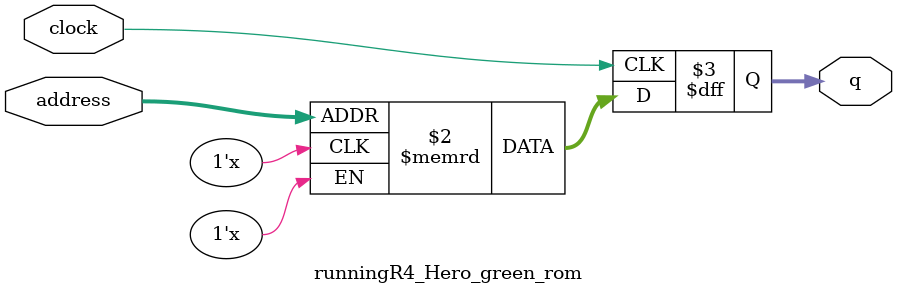
<source format=sv>
module runningR4_Hero_green_rom (
	input logic clock,
	input logic [11:0] address,
	output logic [2:0] q
);

logic [2:0] memory [0:2639] /* synthesis ram_init_file = "./runningR4_Hero_green/runningR4_Hero_green.mif" */;

always_ff @ (posedge clock) begin
	q <= memory[address];
end

endmodule

</source>
